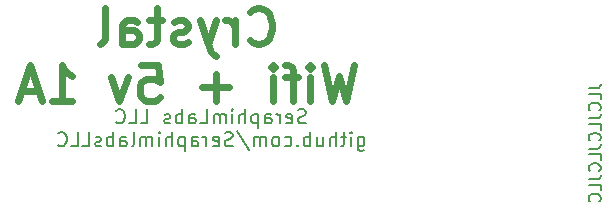
<source format=gbr>
%TF.GenerationSoftware,KiCad,Pcbnew,7.0.6*%
%TF.CreationDate,2024-01-12T23:30:08-05:00*%
%TF.ProjectId,Crystal,43727973-7461-46c2-9e6b-696361645f70,rev?*%
%TF.SameCoordinates,PX1312d00PY1312d00*%
%TF.FileFunction,Legend,Bot*%
%TF.FilePolarity,Positive*%
%FSLAX46Y46*%
G04 Gerber Fmt 4.6, Leading zero omitted, Abs format (unit mm)*
G04 Created by KiCad (PCBNEW 7.0.6) date 2024-01-12 23:30:08*
%MOMM*%
%LPD*%
G01*
G04 APERTURE LIST*
%ADD10C,0.600000*%
%ADD11C,0.150000*%
G04 APERTURE END LIST*
D10*
X35207142Y-16585942D02*
X35349999Y-16728800D01*
X35349999Y-16728800D02*
X35778571Y-16871657D01*
X35778571Y-16871657D02*
X36064285Y-16871657D01*
X36064285Y-16871657D02*
X36492856Y-16728800D01*
X36492856Y-16728800D02*
X36778571Y-16443085D01*
X36778571Y-16443085D02*
X36921428Y-16157371D01*
X36921428Y-16157371D02*
X37064285Y-15585942D01*
X37064285Y-15585942D02*
X37064285Y-15157371D01*
X37064285Y-15157371D02*
X36921428Y-14585942D01*
X36921428Y-14585942D02*
X36778571Y-14300228D01*
X36778571Y-14300228D02*
X36492856Y-14014514D01*
X36492856Y-14014514D02*
X36064285Y-13871657D01*
X36064285Y-13871657D02*
X35778571Y-13871657D01*
X35778571Y-13871657D02*
X35349999Y-14014514D01*
X35349999Y-14014514D02*
X35207142Y-14157371D01*
X33921428Y-16871657D02*
X33921428Y-14871657D01*
X33921428Y-15443085D02*
X33778571Y-15157371D01*
X33778571Y-15157371D02*
X33635714Y-15014514D01*
X33635714Y-15014514D02*
X33349999Y-14871657D01*
X33349999Y-14871657D02*
X33064285Y-14871657D01*
X32349999Y-14871657D02*
X31635713Y-16871657D01*
X30921428Y-14871657D02*
X31635713Y-16871657D01*
X31635713Y-16871657D02*
X31921428Y-17585942D01*
X31921428Y-17585942D02*
X32064285Y-17728800D01*
X32064285Y-17728800D02*
X32349999Y-17871657D01*
X29921428Y-16728800D02*
X29635714Y-16871657D01*
X29635714Y-16871657D02*
X29064285Y-16871657D01*
X29064285Y-16871657D02*
X28778571Y-16728800D01*
X28778571Y-16728800D02*
X28635714Y-16443085D01*
X28635714Y-16443085D02*
X28635714Y-16300228D01*
X28635714Y-16300228D02*
X28778571Y-16014514D01*
X28778571Y-16014514D02*
X29064285Y-15871657D01*
X29064285Y-15871657D02*
X29492857Y-15871657D01*
X29492857Y-15871657D02*
X29778571Y-15728800D01*
X29778571Y-15728800D02*
X29921428Y-15443085D01*
X29921428Y-15443085D02*
X29921428Y-15300228D01*
X29921428Y-15300228D02*
X29778571Y-15014514D01*
X29778571Y-15014514D02*
X29492857Y-14871657D01*
X29492857Y-14871657D02*
X29064285Y-14871657D01*
X29064285Y-14871657D02*
X28778571Y-15014514D01*
X27778571Y-14871657D02*
X26635714Y-14871657D01*
X27350000Y-13871657D02*
X27350000Y-16443085D01*
X27350000Y-16443085D02*
X27207143Y-16728800D01*
X27207143Y-16728800D02*
X26921428Y-16871657D01*
X26921428Y-16871657D02*
X26635714Y-16871657D01*
X24350000Y-16871657D02*
X24350000Y-15300228D01*
X24350000Y-15300228D02*
X24492857Y-15014514D01*
X24492857Y-15014514D02*
X24778571Y-14871657D01*
X24778571Y-14871657D02*
X25350000Y-14871657D01*
X25350000Y-14871657D02*
X25635714Y-15014514D01*
X24350000Y-16728800D02*
X24635714Y-16871657D01*
X24635714Y-16871657D02*
X25350000Y-16871657D01*
X25350000Y-16871657D02*
X25635714Y-16728800D01*
X25635714Y-16728800D02*
X25778571Y-16443085D01*
X25778571Y-16443085D02*
X25778571Y-16157371D01*
X25778571Y-16157371D02*
X25635714Y-15871657D01*
X25635714Y-15871657D02*
X25350000Y-15728800D01*
X25350000Y-15728800D02*
X24635714Y-15728800D01*
X24635714Y-15728800D02*
X24350000Y-15585942D01*
X22492856Y-16871657D02*
X22778571Y-16728800D01*
X22778571Y-16728800D02*
X22921428Y-16443085D01*
X22921428Y-16443085D02*
X22921428Y-13871657D01*
X43992856Y-18701657D02*
X43278570Y-21701657D01*
X43278570Y-21701657D02*
X42707142Y-19558800D01*
X42707142Y-19558800D02*
X42135713Y-21701657D01*
X42135713Y-21701657D02*
X41421428Y-18701657D01*
X40278571Y-21701657D02*
X40278571Y-19701657D01*
X40278571Y-18701657D02*
X40421428Y-18844514D01*
X40421428Y-18844514D02*
X40278571Y-18987371D01*
X40278571Y-18987371D02*
X40135714Y-18844514D01*
X40135714Y-18844514D02*
X40278571Y-18701657D01*
X40278571Y-18701657D02*
X40278571Y-18987371D01*
X39278571Y-19701657D02*
X38135714Y-19701657D01*
X38850000Y-21701657D02*
X38850000Y-19130228D01*
X38850000Y-19130228D02*
X38707143Y-18844514D01*
X38707143Y-18844514D02*
X38421428Y-18701657D01*
X38421428Y-18701657D02*
X38135714Y-18701657D01*
X37135714Y-21701657D02*
X37135714Y-19701657D01*
X37135714Y-18701657D02*
X37278571Y-18844514D01*
X37278571Y-18844514D02*
X37135714Y-18987371D01*
X37135714Y-18987371D02*
X36992857Y-18844514D01*
X36992857Y-18844514D02*
X37135714Y-18701657D01*
X37135714Y-18701657D02*
X37135714Y-18987371D01*
X33421429Y-20558800D02*
X31135715Y-20558800D01*
X32278572Y-21701657D02*
X32278572Y-19415942D01*
X25992857Y-18701657D02*
X27421429Y-18701657D01*
X27421429Y-18701657D02*
X27564286Y-20130228D01*
X27564286Y-20130228D02*
X27421429Y-19987371D01*
X27421429Y-19987371D02*
X27135715Y-19844514D01*
X27135715Y-19844514D02*
X26421429Y-19844514D01*
X26421429Y-19844514D02*
X26135715Y-19987371D01*
X26135715Y-19987371D02*
X25992857Y-20130228D01*
X25992857Y-20130228D02*
X25850000Y-20415942D01*
X25850000Y-20415942D02*
X25850000Y-21130228D01*
X25850000Y-21130228D02*
X25992857Y-21415942D01*
X25992857Y-21415942D02*
X26135715Y-21558800D01*
X26135715Y-21558800D02*
X26421429Y-21701657D01*
X26421429Y-21701657D02*
X27135715Y-21701657D01*
X27135715Y-21701657D02*
X27421429Y-21558800D01*
X27421429Y-21558800D02*
X27564286Y-21415942D01*
X24850000Y-19701657D02*
X24135714Y-21701657D01*
X24135714Y-21701657D02*
X23421429Y-19701657D01*
X18421429Y-21701657D02*
X20135715Y-21701657D01*
X19278572Y-21701657D02*
X19278572Y-18701657D01*
X19278572Y-18701657D02*
X19564286Y-19130228D01*
X19564286Y-19130228D02*
X19850001Y-19415942D01*
X19850001Y-19415942D02*
X20135715Y-19558800D01*
X17278572Y-20844514D02*
X15850001Y-20844514D01*
X17564286Y-21701657D02*
X16564286Y-18701657D01*
X16564286Y-18701657D02*
X15564286Y-21701657D01*
D11*
X39928571Y-23556200D02*
X39757143Y-23613342D01*
X39757143Y-23613342D02*
X39471428Y-23613342D01*
X39471428Y-23613342D02*
X39357143Y-23556200D01*
X39357143Y-23556200D02*
X39300000Y-23499057D01*
X39300000Y-23499057D02*
X39242857Y-23384771D01*
X39242857Y-23384771D02*
X39242857Y-23270485D01*
X39242857Y-23270485D02*
X39300000Y-23156200D01*
X39300000Y-23156200D02*
X39357143Y-23099057D01*
X39357143Y-23099057D02*
X39471428Y-23041914D01*
X39471428Y-23041914D02*
X39700000Y-22984771D01*
X39700000Y-22984771D02*
X39814285Y-22927628D01*
X39814285Y-22927628D02*
X39871428Y-22870485D01*
X39871428Y-22870485D02*
X39928571Y-22756200D01*
X39928571Y-22756200D02*
X39928571Y-22641914D01*
X39928571Y-22641914D02*
X39871428Y-22527628D01*
X39871428Y-22527628D02*
X39814285Y-22470485D01*
X39814285Y-22470485D02*
X39700000Y-22413342D01*
X39700000Y-22413342D02*
X39414285Y-22413342D01*
X39414285Y-22413342D02*
X39242857Y-22470485D01*
X38271428Y-23556200D02*
X38385714Y-23613342D01*
X38385714Y-23613342D02*
X38614286Y-23613342D01*
X38614286Y-23613342D02*
X38728571Y-23556200D01*
X38728571Y-23556200D02*
X38785714Y-23441914D01*
X38785714Y-23441914D02*
X38785714Y-22984771D01*
X38785714Y-22984771D02*
X38728571Y-22870485D01*
X38728571Y-22870485D02*
X38614286Y-22813342D01*
X38614286Y-22813342D02*
X38385714Y-22813342D01*
X38385714Y-22813342D02*
X38271428Y-22870485D01*
X38271428Y-22870485D02*
X38214286Y-22984771D01*
X38214286Y-22984771D02*
X38214286Y-23099057D01*
X38214286Y-23099057D02*
X38785714Y-23213342D01*
X37700000Y-23613342D02*
X37700000Y-22813342D01*
X37700000Y-23041914D02*
X37642857Y-22927628D01*
X37642857Y-22927628D02*
X37585715Y-22870485D01*
X37585715Y-22870485D02*
X37471429Y-22813342D01*
X37471429Y-22813342D02*
X37357143Y-22813342D01*
X36442858Y-23613342D02*
X36442858Y-22984771D01*
X36442858Y-22984771D02*
X36500000Y-22870485D01*
X36500000Y-22870485D02*
X36614286Y-22813342D01*
X36614286Y-22813342D02*
X36842858Y-22813342D01*
X36842858Y-22813342D02*
X36957143Y-22870485D01*
X36442858Y-23556200D02*
X36557143Y-23613342D01*
X36557143Y-23613342D02*
X36842858Y-23613342D01*
X36842858Y-23613342D02*
X36957143Y-23556200D01*
X36957143Y-23556200D02*
X37014286Y-23441914D01*
X37014286Y-23441914D02*
X37014286Y-23327628D01*
X37014286Y-23327628D02*
X36957143Y-23213342D01*
X36957143Y-23213342D02*
X36842858Y-23156200D01*
X36842858Y-23156200D02*
X36557143Y-23156200D01*
X36557143Y-23156200D02*
X36442858Y-23099057D01*
X35871429Y-22813342D02*
X35871429Y-24013342D01*
X35871429Y-22870485D02*
X35757144Y-22813342D01*
X35757144Y-22813342D02*
X35528572Y-22813342D01*
X35528572Y-22813342D02*
X35414286Y-22870485D01*
X35414286Y-22870485D02*
X35357144Y-22927628D01*
X35357144Y-22927628D02*
X35300001Y-23041914D01*
X35300001Y-23041914D02*
X35300001Y-23384771D01*
X35300001Y-23384771D02*
X35357144Y-23499057D01*
X35357144Y-23499057D02*
X35414286Y-23556200D01*
X35414286Y-23556200D02*
X35528572Y-23613342D01*
X35528572Y-23613342D02*
X35757144Y-23613342D01*
X35757144Y-23613342D02*
X35871429Y-23556200D01*
X34785715Y-23613342D02*
X34785715Y-22413342D01*
X34271430Y-23613342D02*
X34271430Y-22984771D01*
X34271430Y-22984771D02*
X34328572Y-22870485D01*
X34328572Y-22870485D02*
X34442858Y-22813342D01*
X34442858Y-22813342D02*
X34614287Y-22813342D01*
X34614287Y-22813342D02*
X34728572Y-22870485D01*
X34728572Y-22870485D02*
X34785715Y-22927628D01*
X33700001Y-23613342D02*
X33700001Y-22813342D01*
X33700001Y-22413342D02*
X33757144Y-22470485D01*
X33757144Y-22470485D02*
X33700001Y-22527628D01*
X33700001Y-22527628D02*
X33642858Y-22470485D01*
X33642858Y-22470485D02*
X33700001Y-22413342D01*
X33700001Y-22413342D02*
X33700001Y-22527628D01*
X33128572Y-23613342D02*
X33128572Y-22813342D01*
X33128572Y-22927628D02*
X33071429Y-22870485D01*
X33071429Y-22870485D02*
X32957144Y-22813342D01*
X32957144Y-22813342D02*
X32785715Y-22813342D01*
X32785715Y-22813342D02*
X32671429Y-22870485D01*
X32671429Y-22870485D02*
X32614287Y-22984771D01*
X32614287Y-22984771D02*
X32614287Y-23613342D01*
X32614287Y-22984771D02*
X32557144Y-22870485D01*
X32557144Y-22870485D02*
X32442858Y-22813342D01*
X32442858Y-22813342D02*
X32271429Y-22813342D01*
X32271429Y-22813342D02*
X32157144Y-22870485D01*
X32157144Y-22870485D02*
X32100001Y-22984771D01*
X32100001Y-22984771D02*
X32100001Y-23613342D01*
X30957144Y-23613342D02*
X31528572Y-23613342D01*
X31528572Y-23613342D02*
X31528572Y-22413342D01*
X30042858Y-23613342D02*
X30042858Y-22984771D01*
X30042858Y-22984771D02*
X30100000Y-22870485D01*
X30100000Y-22870485D02*
X30214286Y-22813342D01*
X30214286Y-22813342D02*
X30442858Y-22813342D01*
X30442858Y-22813342D02*
X30557143Y-22870485D01*
X30042858Y-23556200D02*
X30157143Y-23613342D01*
X30157143Y-23613342D02*
X30442858Y-23613342D01*
X30442858Y-23613342D02*
X30557143Y-23556200D01*
X30557143Y-23556200D02*
X30614286Y-23441914D01*
X30614286Y-23441914D02*
X30614286Y-23327628D01*
X30614286Y-23327628D02*
X30557143Y-23213342D01*
X30557143Y-23213342D02*
X30442858Y-23156200D01*
X30442858Y-23156200D02*
X30157143Y-23156200D01*
X30157143Y-23156200D02*
X30042858Y-23099057D01*
X29471429Y-23613342D02*
X29471429Y-22413342D01*
X29471429Y-22870485D02*
X29357144Y-22813342D01*
X29357144Y-22813342D02*
X29128572Y-22813342D01*
X29128572Y-22813342D02*
X29014286Y-22870485D01*
X29014286Y-22870485D02*
X28957144Y-22927628D01*
X28957144Y-22927628D02*
X28900001Y-23041914D01*
X28900001Y-23041914D02*
X28900001Y-23384771D01*
X28900001Y-23384771D02*
X28957144Y-23499057D01*
X28957144Y-23499057D02*
X29014286Y-23556200D01*
X29014286Y-23556200D02*
X29128572Y-23613342D01*
X29128572Y-23613342D02*
X29357144Y-23613342D01*
X29357144Y-23613342D02*
X29471429Y-23556200D01*
X28442858Y-23556200D02*
X28328572Y-23613342D01*
X28328572Y-23613342D02*
X28100001Y-23613342D01*
X28100001Y-23613342D02*
X27985715Y-23556200D01*
X27985715Y-23556200D02*
X27928572Y-23441914D01*
X27928572Y-23441914D02*
X27928572Y-23384771D01*
X27928572Y-23384771D02*
X27985715Y-23270485D01*
X27985715Y-23270485D02*
X28100001Y-23213342D01*
X28100001Y-23213342D02*
X28271430Y-23213342D01*
X28271430Y-23213342D02*
X28385715Y-23156200D01*
X28385715Y-23156200D02*
X28442858Y-23041914D01*
X28442858Y-23041914D02*
X28442858Y-22984771D01*
X28442858Y-22984771D02*
X28385715Y-22870485D01*
X28385715Y-22870485D02*
X28271430Y-22813342D01*
X28271430Y-22813342D02*
X28100001Y-22813342D01*
X28100001Y-22813342D02*
X27985715Y-22870485D01*
X25928572Y-23613342D02*
X26500000Y-23613342D01*
X26500000Y-23613342D02*
X26500000Y-22413342D01*
X24957143Y-23613342D02*
X25528571Y-23613342D01*
X25528571Y-23613342D02*
X25528571Y-22413342D01*
X23871428Y-23499057D02*
X23928571Y-23556200D01*
X23928571Y-23556200D02*
X24099999Y-23613342D01*
X24099999Y-23613342D02*
X24214285Y-23613342D01*
X24214285Y-23613342D02*
X24385714Y-23556200D01*
X24385714Y-23556200D02*
X24499999Y-23441914D01*
X24499999Y-23441914D02*
X24557142Y-23327628D01*
X24557142Y-23327628D02*
X24614285Y-23099057D01*
X24614285Y-23099057D02*
X24614285Y-22927628D01*
X24614285Y-22927628D02*
X24557142Y-22699057D01*
X24557142Y-22699057D02*
X24499999Y-22584771D01*
X24499999Y-22584771D02*
X24385714Y-22470485D01*
X24385714Y-22470485D02*
X24214285Y-22413342D01*
X24214285Y-22413342D02*
X24099999Y-22413342D01*
X24099999Y-22413342D02*
X23928571Y-22470485D01*
X23928571Y-22470485D02*
X23871428Y-22527628D01*
X44299999Y-24745342D02*
X44299999Y-25716771D01*
X44299999Y-25716771D02*
X44357141Y-25831057D01*
X44357141Y-25831057D02*
X44414284Y-25888200D01*
X44414284Y-25888200D02*
X44528570Y-25945342D01*
X44528570Y-25945342D02*
X44699999Y-25945342D01*
X44699999Y-25945342D02*
X44814284Y-25888200D01*
X44299999Y-25488200D02*
X44414284Y-25545342D01*
X44414284Y-25545342D02*
X44642856Y-25545342D01*
X44642856Y-25545342D02*
X44757141Y-25488200D01*
X44757141Y-25488200D02*
X44814284Y-25431057D01*
X44814284Y-25431057D02*
X44871427Y-25316771D01*
X44871427Y-25316771D02*
X44871427Y-24973914D01*
X44871427Y-24973914D02*
X44814284Y-24859628D01*
X44814284Y-24859628D02*
X44757141Y-24802485D01*
X44757141Y-24802485D02*
X44642856Y-24745342D01*
X44642856Y-24745342D02*
X44414284Y-24745342D01*
X44414284Y-24745342D02*
X44299999Y-24802485D01*
X43728570Y-25545342D02*
X43728570Y-24745342D01*
X43728570Y-24345342D02*
X43785713Y-24402485D01*
X43785713Y-24402485D02*
X43728570Y-24459628D01*
X43728570Y-24459628D02*
X43671427Y-24402485D01*
X43671427Y-24402485D02*
X43728570Y-24345342D01*
X43728570Y-24345342D02*
X43728570Y-24459628D01*
X43328570Y-24745342D02*
X42871427Y-24745342D01*
X43157141Y-24345342D02*
X43157141Y-25373914D01*
X43157141Y-25373914D02*
X43099998Y-25488200D01*
X43099998Y-25488200D02*
X42985713Y-25545342D01*
X42985713Y-25545342D02*
X42871427Y-25545342D01*
X42471427Y-25545342D02*
X42471427Y-24345342D01*
X41957142Y-25545342D02*
X41957142Y-24916771D01*
X41957142Y-24916771D02*
X42014284Y-24802485D01*
X42014284Y-24802485D02*
X42128570Y-24745342D01*
X42128570Y-24745342D02*
X42299999Y-24745342D01*
X42299999Y-24745342D02*
X42414284Y-24802485D01*
X42414284Y-24802485D02*
X42471427Y-24859628D01*
X40871428Y-24745342D02*
X40871428Y-25545342D01*
X41385713Y-24745342D02*
X41385713Y-25373914D01*
X41385713Y-25373914D02*
X41328570Y-25488200D01*
X41328570Y-25488200D02*
X41214285Y-25545342D01*
X41214285Y-25545342D02*
X41042856Y-25545342D01*
X41042856Y-25545342D02*
X40928570Y-25488200D01*
X40928570Y-25488200D02*
X40871428Y-25431057D01*
X40299999Y-25545342D02*
X40299999Y-24345342D01*
X40299999Y-24802485D02*
X40185714Y-24745342D01*
X40185714Y-24745342D02*
X39957142Y-24745342D01*
X39957142Y-24745342D02*
X39842856Y-24802485D01*
X39842856Y-24802485D02*
X39785714Y-24859628D01*
X39785714Y-24859628D02*
X39728571Y-24973914D01*
X39728571Y-24973914D02*
X39728571Y-25316771D01*
X39728571Y-25316771D02*
X39785714Y-25431057D01*
X39785714Y-25431057D02*
X39842856Y-25488200D01*
X39842856Y-25488200D02*
X39957142Y-25545342D01*
X39957142Y-25545342D02*
X40185714Y-25545342D01*
X40185714Y-25545342D02*
X40299999Y-25488200D01*
X39214285Y-25431057D02*
X39157142Y-25488200D01*
X39157142Y-25488200D02*
X39214285Y-25545342D01*
X39214285Y-25545342D02*
X39271428Y-25488200D01*
X39271428Y-25488200D02*
X39214285Y-25431057D01*
X39214285Y-25431057D02*
X39214285Y-25545342D01*
X38128571Y-25488200D02*
X38242856Y-25545342D01*
X38242856Y-25545342D02*
X38471428Y-25545342D01*
X38471428Y-25545342D02*
X38585713Y-25488200D01*
X38585713Y-25488200D02*
X38642856Y-25431057D01*
X38642856Y-25431057D02*
X38699999Y-25316771D01*
X38699999Y-25316771D02*
X38699999Y-24973914D01*
X38699999Y-24973914D02*
X38642856Y-24859628D01*
X38642856Y-24859628D02*
X38585713Y-24802485D01*
X38585713Y-24802485D02*
X38471428Y-24745342D01*
X38471428Y-24745342D02*
X38242856Y-24745342D01*
X38242856Y-24745342D02*
X38128571Y-24802485D01*
X37442857Y-25545342D02*
X37557142Y-25488200D01*
X37557142Y-25488200D02*
X37614285Y-25431057D01*
X37614285Y-25431057D02*
X37671428Y-25316771D01*
X37671428Y-25316771D02*
X37671428Y-24973914D01*
X37671428Y-24973914D02*
X37614285Y-24859628D01*
X37614285Y-24859628D02*
X37557142Y-24802485D01*
X37557142Y-24802485D02*
X37442857Y-24745342D01*
X37442857Y-24745342D02*
X37271428Y-24745342D01*
X37271428Y-24745342D02*
X37157142Y-24802485D01*
X37157142Y-24802485D02*
X37100000Y-24859628D01*
X37100000Y-24859628D02*
X37042857Y-24973914D01*
X37042857Y-24973914D02*
X37042857Y-25316771D01*
X37042857Y-25316771D02*
X37100000Y-25431057D01*
X37100000Y-25431057D02*
X37157142Y-25488200D01*
X37157142Y-25488200D02*
X37271428Y-25545342D01*
X37271428Y-25545342D02*
X37442857Y-25545342D01*
X36528571Y-25545342D02*
X36528571Y-24745342D01*
X36528571Y-24859628D02*
X36471428Y-24802485D01*
X36471428Y-24802485D02*
X36357143Y-24745342D01*
X36357143Y-24745342D02*
X36185714Y-24745342D01*
X36185714Y-24745342D02*
X36071428Y-24802485D01*
X36071428Y-24802485D02*
X36014286Y-24916771D01*
X36014286Y-24916771D02*
X36014286Y-25545342D01*
X36014286Y-24916771D02*
X35957143Y-24802485D01*
X35957143Y-24802485D02*
X35842857Y-24745342D01*
X35842857Y-24745342D02*
X35671428Y-24745342D01*
X35671428Y-24745342D02*
X35557143Y-24802485D01*
X35557143Y-24802485D02*
X35500000Y-24916771D01*
X35500000Y-24916771D02*
X35500000Y-25545342D01*
X34071428Y-24288200D02*
X35100000Y-25831057D01*
X33728571Y-25488200D02*
X33557143Y-25545342D01*
X33557143Y-25545342D02*
X33271428Y-25545342D01*
X33271428Y-25545342D02*
X33157143Y-25488200D01*
X33157143Y-25488200D02*
X33100000Y-25431057D01*
X33100000Y-25431057D02*
X33042857Y-25316771D01*
X33042857Y-25316771D02*
X33042857Y-25202485D01*
X33042857Y-25202485D02*
X33100000Y-25088200D01*
X33100000Y-25088200D02*
X33157143Y-25031057D01*
X33157143Y-25031057D02*
X33271428Y-24973914D01*
X33271428Y-24973914D02*
X33500000Y-24916771D01*
X33500000Y-24916771D02*
X33614285Y-24859628D01*
X33614285Y-24859628D02*
X33671428Y-24802485D01*
X33671428Y-24802485D02*
X33728571Y-24688200D01*
X33728571Y-24688200D02*
X33728571Y-24573914D01*
X33728571Y-24573914D02*
X33671428Y-24459628D01*
X33671428Y-24459628D02*
X33614285Y-24402485D01*
X33614285Y-24402485D02*
X33500000Y-24345342D01*
X33500000Y-24345342D02*
X33214285Y-24345342D01*
X33214285Y-24345342D02*
X33042857Y-24402485D01*
X32071428Y-25488200D02*
X32185714Y-25545342D01*
X32185714Y-25545342D02*
X32414286Y-25545342D01*
X32414286Y-25545342D02*
X32528571Y-25488200D01*
X32528571Y-25488200D02*
X32585714Y-25373914D01*
X32585714Y-25373914D02*
X32585714Y-24916771D01*
X32585714Y-24916771D02*
X32528571Y-24802485D01*
X32528571Y-24802485D02*
X32414286Y-24745342D01*
X32414286Y-24745342D02*
X32185714Y-24745342D01*
X32185714Y-24745342D02*
X32071428Y-24802485D01*
X32071428Y-24802485D02*
X32014286Y-24916771D01*
X32014286Y-24916771D02*
X32014286Y-25031057D01*
X32014286Y-25031057D02*
X32585714Y-25145342D01*
X31500000Y-25545342D02*
X31500000Y-24745342D01*
X31500000Y-24973914D02*
X31442857Y-24859628D01*
X31442857Y-24859628D02*
X31385715Y-24802485D01*
X31385715Y-24802485D02*
X31271429Y-24745342D01*
X31271429Y-24745342D02*
X31157143Y-24745342D01*
X30242858Y-25545342D02*
X30242858Y-24916771D01*
X30242858Y-24916771D02*
X30300000Y-24802485D01*
X30300000Y-24802485D02*
X30414286Y-24745342D01*
X30414286Y-24745342D02*
X30642858Y-24745342D01*
X30642858Y-24745342D02*
X30757143Y-24802485D01*
X30242858Y-25488200D02*
X30357143Y-25545342D01*
X30357143Y-25545342D02*
X30642858Y-25545342D01*
X30642858Y-25545342D02*
X30757143Y-25488200D01*
X30757143Y-25488200D02*
X30814286Y-25373914D01*
X30814286Y-25373914D02*
X30814286Y-25259628D01*
X30814286Y-25259628D02*
X30757143Y-25145342D01*
X30757143Y-25145342D02*
X30642858Y-25088200D01*
X30642858Y-25088200D02*
X30357143Y-25088200D01*
X30357143Y-25088200D02*
X30242858Y-25031057D01*
X29671429Y-24745342D02*
X29671429Y-25945342D01*
X29671429Y-24802485D02*
X29557144Y-24745342D01*
X29557144Y-24745342D02*
X29328572Y-24745342D01*
X29328572Y-24745342D02*
X29214286Y-24802485D01*
X29214286Y-24802485D02*
X29157144Y-24859628D01*
X29157144Y-24859628D02*
X29100001Y-24973914D01*
X29100001Y-24973914D02*
X29100001Y-25316771D01*
X29100001Y-25316771D02*
X29157144Y-25431057D01*
X29157144Y-25431057D02*
X29214286Y-25488200D01*
X29214286Y-25488200D02*
X29328572Y-25545342D01*
X29328572Y-25545342D02*
X29557144Y-25545342D01*
X29557144Y-25545342D02*
X29671429Y-25488200D01*
X28585715Y-25545342D02*
X28585715Y-24345342D01*
X28071430Y-25545342D02*
X28071430Y-24916771D01*
X28071430Y-24916771D02*
X28128572Y-24802485D01*
X28128572Y-24802485D02*
X28242858Y-24745342D01*
X28242858Y-24745342D02*
X28414287Y-24745342D01*
X28414287Y-24745342D02*
X28528572Y-24802485D01*
X28528572Y-24802485D02*
X28585715Y-24859628D01*
X27500001Y-25545342D02*
X27500001Y-24745342D01*
X27500001Y-24345342D02*
X27557144Y-24402485D01*
X27557144Y-24402485D02*
X27500001Y-24459628D01*
X27500001Y-24459628D02*
X27442858Y-24402485D01*
X27442858Y-24402485D02*
X27500001Y-24345342D01*
X27500001Y-24345342D02*
X27500001Y-24459628D01*
X26928572Y-25545342D02*
X26928572Y-24745342D01*
X26928572Y-24859628D02*
X26871429Y-24802485D01*
X26871429Y-24802485D02*
X26757144Y-24745342D01*
X26757144Y-24745342D02*
X26585715Y-24745342D01*
X26585715Y-24745342D02*
X26471429Y-24802485D01*
X26471429Y-24802485D02*
X26414287Y-24916771D01*
X26414287Y-24916771D02*
X26414287Y-25545342D01*
X26414287Y-24916771D02*
X26357144Y-24802485D01*
X26357144Y-24802485D02*
X26242858Y-24745342D01*
X26242858Y-24745342D02*
X26071429Y-24745342D01*
X26071429Y-24745342D02*
X25957144Y-24802485D01*
X25957144Y-24802485D02*
X25900001Y-24916771D01*
X25900001Y-24916771D02*
X25900001Y-25545342D01*
X25157144Y-25545342D02*
X25271429Y-25488200D01*
X25271429Y-25488200D02*
X25328572Y-25373914D01*
X25328572Y-25373914D02*
X25328572Y-24345342D01*
X24185716Y-25545342D02*
X24185716Y-24916771D01*
X24185716Y-24916771D02*
X24242858Y-24802485D01*
X24242858Y-24802485D02*
X24357144Y-24745342D01*
X24357144Y-24745342D02*
X24585716Y-24745342D01*
X24585716Y-24745342D02*
X24700001Y-24802485D01*
X24185716Y-25488200D02*
X24300001Y-25545342D01*
X24300001Y-25545342D02*
X24585716Y-25545342D01*
X24585716Y-25545342D02*
X24700001Y-25488200D01*
X24700001Y-25488200D02*
X24757144Y-25373914D01*
X24757144Y-25373914D02*
X24757144Y-25259628D01*
X24757144Y-25259628D02*
X24700001Y-25145342D01*
X24700001Y-25145342D02*
X24585716Y-25088200D01*
X24585716Y-25088200D02*
X24300001Y-25088200D01*
X24300001Y-25088200D02*
X24185716Y-25031057D01*
X23614287Y-25545342D02*
X23614287Y-24345342D01*
X23614287Y-24802485D02*
X23500002Y-24745342D01*
X23500002Y-24745342D02*
X23271430Y-24745342D01*
X23271430Y-24745342D02*
X23157144Y-24802485D01*
X23157144Y-24802485D02*
X23100002Y-24859628D01*
X23100002Y-24859628D02*
X23042859Y-24973914D01*
X23042859Y-24973914D02*
X23042859Y-25316771D01*
X23042859Y-25316771D02*
X23100002Y-25431057D01*
X23100002Y-25431057D02*
X23157144Y-25488200D01*
X23157144Y-25488200D02*
X23271430Y-25545342D01*
X23271430Y-25545342D02*
X23500002Y-25545342D01*
X23500002Y-25545342D02*
X23614287Y-25488200D01*
X22585716Y-25488200D02*
X22471430Y-25545342D01*
X22471430Y-25545342D02*
X22242859Y-25545342D01*
X22242859Y-25545342D02*
X22128573Y-25488200D01*
X22128573Y-25488200D02*
X22071430Y-25373914D01*
X22071430Y-25373914D02*
X22071430Y-25316771D01*
X22071430Y-25316771D02*
X22128573Y-25202485D01*
X22128573Y-25202485D02*
X22242859Y-25145342D01*
X22242859Y-25145342D02*
X22414288Y-25145342D01*
X22414288Y-25145342D02*
X22528573Y-25088200D01*
X22528573Y-25088200D02*
X22585716Y-24973914D01*
X22585716Y-24973914D02*
X22585716Y-24916771D01*
X22585716Y-24916771D02*
X22528573Y-24802485D01*
X22528573Y-24802485D02*
X22414288Y-24745342D01*
X22414288Y-24745342D02*
X22242859Y-24745342D01*
X22242859Y-24745342D02*
X22128573Y-24802485D01*
X20985716Y-25545342D02*
X21557144Y-25545342D01*
X21557144Y-25545342D02*
X21557144Y-24345342D01*
X20014287Y-25545342D02*
X20585715Y-25545342D01*
X20585715Y-25545342D02*
X20585715Y-24345342D01*
X18928572Y-25431057D02*
X18985715Y-25488200D01*
X18985715Y-25488200D02*
X19157143Y-25545342D01*
X19157143Y-25545342D02*
X19271429Y-25545342D01*
X19271429Y-25545342D02*
X19442858Y-25488200D01*
X19442858Y-25488200D02*
X19557143Y-25373914D01*
X19557143Y-25373914D02*
X19614286Y-25259628D01*
X19614286Y-25259628D02*
X19671429Y-25031057D01*
X19671429Y-25031057D02*
X19671429Y-24859628D01*
X19671429Y-24859628D02*
X19614286Y-24631057D01*
X19614286Y-24631057D02*
X19557143Y-24516771D01*
X19557143Y-24516771D02*
X19442858Y-24402485D01*
X19442858Y-24402485D02*
X19271429Y-24345342D01*
X19271429Y-24345342D02*
X19157143Y-24345342D01*
X19157143Y-24345342D02*
X18985715Y-24402485D01*
X18985715Y-24402485D02*
X18928572Y-24459628D01*
X63869819Y-20622493D02*
X64584104Y-20622493D01*
X64584104Y-20622493D02*
X64726961Y-20574874D01*
X64726961Y-20574874D02*
X64822200Y-20479636D01*
X64822200Y-20479636D02*
X64869819Y-20336779D01*
X64869819Y-20336779D02*
X64869819Y-20241541D01*
X64869819Y-21574874D02*
X64869819Y-21098684D01*
X64869819Y-21098684D02*
X63869819Y-21098684D01*
X64774580Y-22479636D02*
X64822200Y-22432017D01*
X64822200Y-22432017D02*
X64869819Y-22289160D01*
X64869819Y-22289160D02*
X64869819Y-22193922D01*
X64869819Y-22193922D02*
X64822200Y-22051065D01*
X64822200Y-22051065D02*
X64726961Y-21955827D01*
X64726961Y-21955827D02*
X64631723Y-21908208D01*
X64631723Y-21908208D02*
X64441247Y-21860589D01*
X64441247Y-21860589D02*
X64298390Y-21860589D01*
X64298390Y-21860589D02*
X64107914Y-21908208D01*
X64107914Y-21908208D02*
X64012676Y-21955827D01*
X64012676Y-21955827D02*
X63917438Y-22051065D01*
X63917438Y-22051065D02*
X63869819Y-22193922D01*
X63869819Y-22193922D02*
X63869819Y-22289160D01*
X63869819Y-22289160D02*
X63917438Y-22432017D01*
X63917438Y-22432017D02*
X63965057Y-22479636D01*
X63869819Y-23193922D02*
X64584104Y-23193922D01*
X64584104Y-23193922D02*
X64726961Y-23146303D01*
X64726961Y-23146303D02*
X64822200Y-23051065D01*
X64822200Y-23051065D02*
X64869819Y-22908208D01*
X64869819Y-22908208D02*
X64869819Y-22812970D01*
X64869819Y-24146303D02*
X64869819Y-23670113D01*
X64869819Y-23670113D02*
X63869819Y-23670113D01*
X64774580Y-25051065D02*
X64822200Y-25003446D01*
X64822200Y-25003446D02*
X64869819Y-24860589D01*
X64869819Y-24860589D02*
X64869819Y-24765351D01*
X64869819Y-24765351D02*
X64822200Y-24622494D01*
X64822200Y-24622494D02*
X64726961Y-24527256D01*
X64726961Y-24527256D02*
X64631723Y-24479637D01*
X64631723Y-24479637D02*
X64441247Y-24432018D01*
X64441247Y-24432018D02*
X64298390Y-24432018D01*
X64298390Y-24432018D02*
X64107914Y-24479637D01*
X64107914Y-24479637D02*
X64012676Y-24527256D01*
X64012676Y-24527256D02*
X63917438Y-24622494D01*
X63917438Y-24622494D02*
X63869819Y-24765351D01*
X63869819Y-24765351D02*
X63869819Y-24860589D01*
X63869819Y-24860589D02*
X63917438Y-25003446D01*
X63917438Y-25003446D02*
X63965057Y-25051065D01*
X63869819Y-25765351D02*
X64584104Y-25765351D01*
X64584104Y-25765351D02*
X64726961Y-25717732D01*
X64726961Y-25717732D02*
X64822200Y-25622494D01*
X64822200Y-25622494D02*
X64869819Y-25479637D01*
X64869819Y-25479637D02*
X64869819Y-25384399D01*
X64869819Y-26717732D02*
X64869819Y-26241542D01*
X64869819Y-26241542D02*
X63869819Y-26241542D01*
X64774580Y-27622494D02*
X64822200Y-27574875D01*
X64822200Y-27574875D02*
X64869819Y-27432018D01*
X64869819Y-27432018D02*
X64869819Y-27336780D01*
X64869819Y-27336780D02*
X64822200Y-27193923D01*
X64822200Y-27193923D02*
X64726961Y-27098685D01*
X64726961Y-27098685D02*
X64631723Y-27051066D01*
X64631723Y-27051066D02*
X64441247Y-27003447D01*
X64441247Y-27003447D02*
X64298390Y-27003447D01*
X64298390Y-27003447D02*
X64107914Y-27051066D01*
X64107914Y-27051066D02*
X64012676Y-27098685D01*
X64012676Y-27098685D02*
X63917438Y-27193923D01*
X63917438Y-27193923D02*
X63869819Y-27336780D01*
X63869819Y-27336780D02*
X63869819Y-27432018D01*
X63869819Y-27432018D02*
X63917438Y-27574875D01*
X63917438Y-27574875D02*
X63965057Y-27622494D01*
X63869819Y-28336780D02*
X64584104Y-28336780D01*
X64584104Y-28336780D02*
X64726961Y-28289161D01*
X64726961Y-28289161D02*
X64822200Y-28193923D01*
X64822200Y-28193923D02*
X64869819Y-28051066D01*
X64869819Y-28051066D02*
X64869819Y-27955828D01*
X64869819Y-29289161D02*
X64869819Y-28812971D01*
X64869819Y-28812971D02*
X63869819Y-28812971D01*
X64774580Y-30193923D02*
X64822200Y-30146304D01*
X64822200Y-30146304D02*
X64869819Y-30003447D01*
X64869819Y-30003447D02*
X64869819Y-29908209D01*
X64869819Y-29908209D02*
X64822200Y-29765352D01*
X64822200Y-29765352D02*
X64726961Y-29670114D01*
X64726961Y-29670114D02*
X64631723Y-29622495D01*
X64631723Y-29622495D02*
X64441247Y-29574876D01*
X64441247Y-29574876D02*
X64298390Y-29574876D01*
X64298390Y-29574876D02*
X64107914Y-29622495D01*
X64107914Y-29622495D02*
X64012676Y-29670114D01*
X64012676Y-29670114D02*
X63917438Y-29765352D01*
X63917438Y-29765352D02*
X63869819Y-29908209D01*
X63869819Y-29908209D02*
X63869819Y-30003447D01*
X63869819Y-30003447D02*
X63917438Y-30146304D01*
X63917438Y-30146304D02*
X63965057Y-30193923D01*
M02*

</source>
